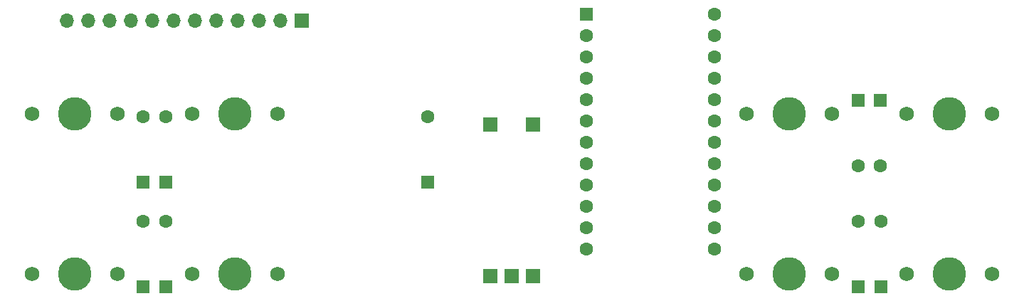
<source format=gbr>
%TF.GenerationSoftware,KiCad,Pcbnew,(5.1.6)-1*%
%TF.CreationDate,2022-01-06T13:40:46-06:00*%
%TF.ProjectId,Pikatea XL Macropad,50696b61-7465-4612-9058-4c204d616372,rev?*%
%TF.SameCoordinates,Original*%
%TF.FileFunction,Soldermask,Bot*%
%TF.FilePolarity,Negative*%
%FSLAX46Y46*%
G04 Gerber Fmt 4.6, Leading zero omitted, Abs format (unit mm)*
G04 Created by KiCad (PCBNEW (5.1.6)-1) date 2022-01-06 13:40:46*
%MOMM*%
%LPD*%
G01*
G04 APERTURE LIST*
%ADD10C,1.600000*%
%ADD11R,1.600000X1.600000*%
%ADD12O,1.700000X1.700000*%
%ADD13R,1.700000X1.700000*%
%ADD14C,1.750000*%
%ADD15C,3.987800*%
G04 APERTURE END LIST*
D10*
%TO.C,D1*%
X190900000Y-94500000D03*
D11*
X190900000Y-86700000D03*
%TD*%
D10*
%TO.C,D2*%
X191000000Y-101100000D03*
D11*
X191000000Y-108900000D03*
%TD*%
D10*
%TO.C,D3*%
X188300000Y-94500000D03*
D11*
X188300000Y-86700000D03*
%TD*%
D10*
%TO.C,D4*%
X188300000Y-101100000D03*
D11*
X188300000Y-108900000D03*
%TD*%
D10*
%TO.C,D5*%
X105900000Y-88600000D03*
D11*
X105900000Y-96400000D03*
%TD*%
D10*
%TO.C,D6*%
X105900000Y-101100000D03*
D11*
X105900000Y-108900000D03*
%TD*%
D10*
%TO.C,D7*%
X103200000Y-88600000D03*
D11*
X103200000Y-96400000D03*
%TD*%
D10*
%TO.C,D8*%
X103200000Y-101100000D03*
D11*
X103200000Y-108900000D03*
%TD*%
D10*
%TO.C,D9*%
X137100000Y-88600000D03*
D11*
X137100000Y-96400000D03*
%TD*%
D10*
%TO.C,U1*%
X171221400Y-76415900D03*
X171221400Y-78955900D03*
X171221400Y-81495900D03*
X171221400Y-84035900D03*
X171221400Y-86575900D03*
X171221400Y-89115900D03*
X171221400Y-91655900D03*
X171221400Y-94195900D03*
X171221400Y-96735900D03*
X171221400Y-99275900D03*
X171221400Y-101815900D03*
X171221400Y-104355900D03*
X155981400Y-104355900D03*
X155981400Y-101815900D03*
X155981400Y-99275900D03*
X155981400Y-96735900D03*
X155981400Y-94195900D03*
X155981400Y-91655900D03*
X155981400Y-89115900D03*
X155981400Y-86575900D03*
X155981400Y-84035900D03*
X155981400Y-81495900D03*
X155981400Y-78955900D03*
D11*
X155981400Y-76415900D03*
%TD*%
D12*
%TO.C,J1*%
X94170500Y-77177900D03*
X96710500Y-77177900D03*
X99250500Y-77177900D03*
X101790500Y-77177900D03*
X104330500Y-77177900D03*
X106870500Y-77177900D03*
X109410500Y-77177900D03*
X111950500Y-77177900D03*
X114490500Y-77177900D03*
X117030500Y-77177900D03*
X119570500Y-77177900D03*
D13*
X122110500Y-77177900D03*
%TD*%
%TO.C,SW3*%
X144531080Y-89529940D03*
X149611080Y-89529940D03*
X147071080Y-107629940D03*
X144531080Y-107629940D03*
X149611080Y-107629940D03*
%TD*%
D14*
%TO.C,MX8*%
X100131479Y-88323660D03*
X89971479Y-88323660D03*
D15*
X95051479Y-88323660D03*
%TD*%
D14*
%TO.C,MX7*%
X119181480Y-88323660D03*
X109021480Y-88323660D03*
D15*
X114101480Y-88323660D03*
%TD*%
D14*
%TO.C,MX6*%
X185181480Y-88323660D03*
X175021480Y-88323660D03*
D15*
X180101480Y-88323660D03*
%TD*%
D14*
%TO.C,MX5*%
X204231480Y-88323660D03*
X194071480Y-88323660D03*
D15*
X199151480Y-88323660D03*
%TD*%
D14*
%TO.C,MX4*%
X100131479Y-107373660D03*
X89971479Y-107373660D03*
D15*
X95051479Y-107373660D03*
%TD*%
D14*
%TO.C,MX3*%
X119181480Y-107373659D03*
X109021480Y-107373659D03*
D15*
X114101480Y-107373659D03*
%TD*%
D14*
%TO.C,MX2*%
X185181480Y-107373659D03*
X175021480Y-107373659D03*
D15*
X180101480Y-107373659D03*
%TD*%
D14*
%TO.C,MX1*%
X204231480Y-107373659D03*
X194071480Y-107373659D03*
D15*
X199151480Y-107373659D03*
%TD*%
M02*

</source>
